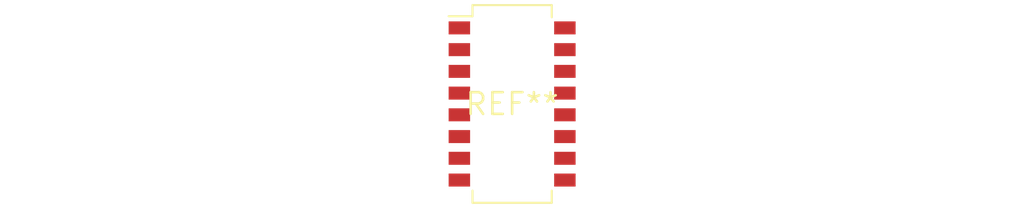
<source format=kicad_pcb>
(kicad_pcb (version 20240108) (generator pcbnew)
  (layers (0 "F.Cu" signal) (31 "B.Cu" signal) (34 "B.Paste" user) (35 "F.Paste" user) (36 "B.SilkS" user "B.Silkscreen") (37 "F.SilkS" user "F.Silkscreen") (38 "B.Mask" user) (39 "F.Mask" user) (44 "Edge.Cuts" user))
  (net 0 "")
  (footprint "SW_DIP_SPSTx08_Slide_Omron_A6H-8101_W6.15mm_P1.27mm" (layer "F.Cu") (at 0 0)
    (property "Reference" "REF**")
    (property "Value" "SW_DIP_SPSTx08_Slide_Omron_A6H-8101_W6.15mm_P1.27mm")
    (fp_line (start -3.7 -5.125) (end -2.309 -5.125) (layer "F.SilkS") (stroke (width 0.12)))
    (fp_line (start -2.309 -5.775) (end -2.309 -5.125) (layer "F.SilkS") (stroke (width 0.12)))
    (fp_line (start -2.309 -5.775) (end 2.31 -5.775) (layer "F.SilkS") (stroke (width 0.12)))
    (fp_line (start -2.309 5.065) (end -2.309 5.775) (layer "F.SilkS") (stroke (width 0.12)))
    (fp_line (start -2.309 5.775) (end 2.31 5.775) (layer "F.SilkS") (stroke (width 0.12)))
    (fp_line (start 2.31 -5.775) (end 2.31 -5.065) (layer "F.SilkS") (stroke (width 0.12)))
    (fp_line (start 2.31 5.065) (end 2.31 5.775) (layer "F.SilkS") (stroke (width 0.12)))
    (pad "1" smd rect (at -3.075 -4.445) (size 1.25 0.76) (layers "F.Cu" "F.Paste" "F.Mask"))
    (pad "2" smd rect (at -3.075 -3.175) (size 1.25 0.76) (layers "F.Cu" "F.Paste" "F.Mask"))
    (pad "3" smd rect (at -3.075 -1.905) (size 1.25 0.76) (layers "F.Cu" "F.Paste" "F.Mask"))
    (pad "4" smd rect (at -3.075 -0.635) (size 1.25 0.76) (layers "F.Cu" "F.Paste" "F.Mask"))
    (pad "5" smd rect (at -3.075 0.635) (size 1.25 0.76) (layers "F.Cu" "F.Paste" "F.Mask"))
    (pad "6" smd rect (at -3.075 1.905) (size 1.25 0.76) (layers "F.Cu" "F.Paste" "F.Mask"))
    (pad "7" smd rect (at -3.075 3.175) (size 1.25 0.76) (layers "F.Cu" "F.Paste" "F.Mask"))
    (pad "8" smd rect (at -3.075 4.445) (size 1.25 0.76) (layers "F.Cu" "F.Paste" "F.Mask"))
    (pad "9" smd rect (at 3.075 4.445) (size 1.25 0.76) (layers "F.Cu" "F.Paste" "F.Mask"))
    (pad "10" smd rect (at 3.075 3.175) (size 1.25 0.76) (layers "F.Cu" "F.Paste" "F.Mask"))
    (pad "11" smd rect (at 3.075 1.905) (size 1.25 0.76) (layers "F.Cu" "F.Paste" "F.Mask"))
    (pad "12" smd rect (at 3.075 0.635) (size 1.25 0.76) (layers "F.Cu" "F.Paste" "F.Mask"))
    (pad "13" smd rect (at 3.075 -0.635) (size 1.25 0.76) (layers "F.Cu" "F.Paste" "F.Mask"))
    (pad "14" smd rect (at 3.075 -1.905) (size 1.25 0.76) (layers "F.Cu" "F.Paste" "F.Mask"))
    (pad "15" smd rect (at 3.075 -3.175) (size 1.25 0.76) (layers "F.Cu" "F.Paste" "F.Mask"))
    (pad "16" smd rect (at 3.075 -4.445) (size 1.25 0.76) (layers "F.Cu" "F.Paste" "F.Mask"))
  )
)
</source>
